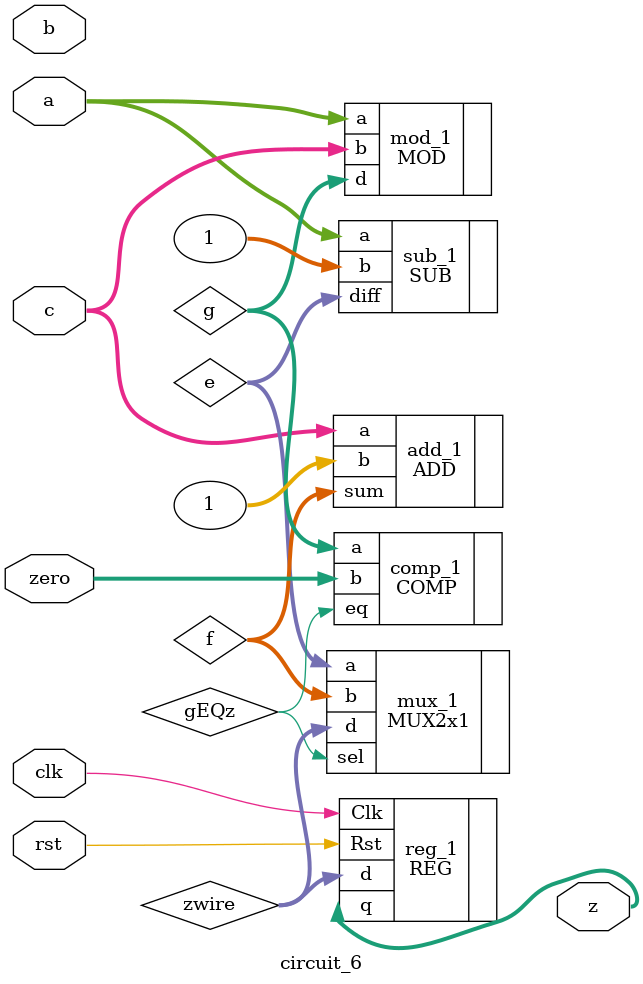
<source format=v>
`timescale 1ns / 1ps


module circuit_6(a, b, c, zero, z, clk, rst);

input [63:0] a, b, c, zero;
input clk, rst;
output [63:0] z;

wire [63:0] e, f, g, zwire;
wire gEQz;

SUB #(.DATAWIDTH(64)) sub_1 (.a(a),.b(1),.diff(e));
ADD #(.DATAWIDTH(64)) add_1 (.a(c),.b(1),.sum(f));
MOD #(.DATAWIDTH(64)) mod_1 (.a(a),.b(c),.d(g));
COMP #(.DATAWIDTH(64)) comp_1 (.a(g),.b(zero),.eq(gEQz));
MUX2x1 #(.DATAWIDTH(64)) mux_1 (.a(e),.b(f),.sel(gEQz),.d(zwire));
REG #(.DATAWIDTH(64)) reg_1 (.d(zwire),.Clk(clk),.Rst(rst),.q(z));

endmodule

</source>
